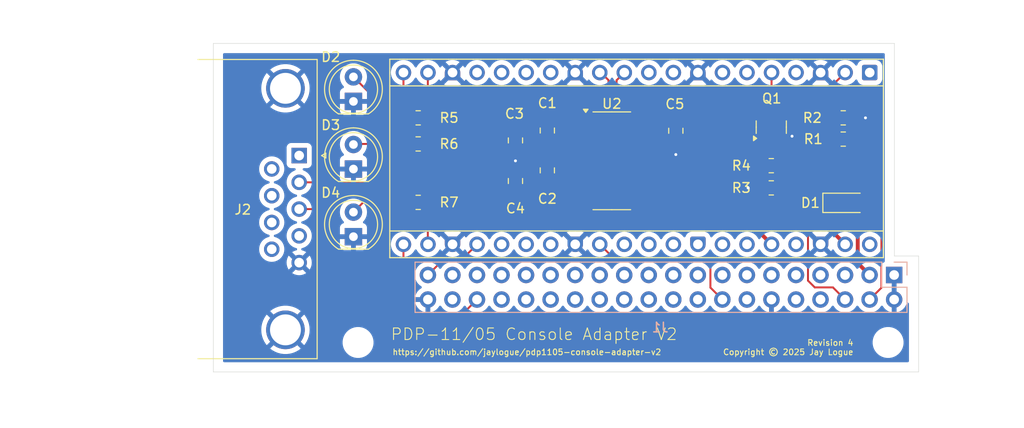
<source format=kicad_pcb>
(kicad_pcb (version 20240108) (generator "pcbnew") (generator_version "8.0")
  (title_block (title "PDP-11/05 Console Adapter V2") (date "2025-03-16") (rev "Rev 4") (comment 1 "Licensed under a Creative Commons Attribution 4.0 International License") (comment 2 "Copyright © 2025 Jay Logue") (comment 4 "https://github.com/jaylogue/pdp1105-console-adapter-v2"))
  (layers (0 "F.Cu" signal) (31 "B.Cu" signal) (34 "B.Paste" user) (35 "F.Paste" user) (36 "B.SilkS" user "B.Silkscreen") (37 "F.SilkS" user "F.Silkscreen") (38 "B.Mask" user) (39 "F.Mask" user) (44 "Edge.Cuts" user))
  (net 0 "")
  (net 1 "GND")
  (net 2 "Net-(D1-K)")
  (net 3 "+5V")
  (net 10 "CLK_IN")
  (net 14 "SCL_DETECT")
  (net 21 "READER_RUN+")
  (net 24 "SERIAL_OUT_TTL")
  (net 31 "SERIAL_IN_TTL")
  (net 39 "Net-(D2-A)")
  (net 40 "Net-(D3-A)")
  (net 41 "Net-(D4-A)")
  (net 46 "Net-(U2-R2IN)")
  (net 48 "READER_RUN_3V3")
  (net 49 "AUX_TERM_TX")
  (net 50 "Net-(U1-GPIO1)")
  (net 60 "+3V3")
  (net 66 "Net-(U2-T2OUT)")
  (net 68 "AUX_TERM_RX")
  (net 73 "STATUS_LED")
  (net 74 "TX_LED")
  (net 75 "RX_LED")
  (net 76 "Net-(U2-C1+)")
  (net 77 "Net-(U2-C1-)")
  (net 78 "Net-(U2-C2+)")
  (net 79 "Net-(U2-C2-)")
  (net 80 "Net-(U2-VS+)")
  (net 81 "Net-(U2-VS-)")
  (net 82 "Net-(Q1-B)")
  (footprint "Capacitor_SMD:C_0805_2012Metric_Pad1.18x1.45mm_HandSolder" (layer "F.Cu") (at 136.435 89.7831 90)
    (property "Reference" "C4")
    (property "Value" "0.1uF" (hide yes))
  )
  (footprint "Resistor_SMD:R_0805_2012Metric_Pad1.20x1.40mm_HandSolder" (layer "F.Cu") (at 162.915 90.4956)
    (property "Reference" "R4")
    (property "Value" "1K" (hide yes))
  )
  (footprint "Connector_Dsub:DSUB-9_Male_Horizontal_P2.77x2.84mm_EdgePinOffset7.70mm_Housed_MountingHolesOffset9.12mm" (layer "F.Cu") (at 114.048 87.1506 -90)
    (property "Reference" "J2")
    (property "Value" "DE9_Plug" (hide yes))
  )
  (footprint "Resistor_SMD:R_0805_2012Metric_Pad1.20x1.40mm_HandSolder" (layer "F.Cu") (at 126.365 83.2456 180)
    (property "Reference" "R5")
    (property "Value" "220" (hide yes))
  )
  (footprint "Resistor_SMD:R_0805_2012Metric_Pad1.20x1.40mm_HandSolder" (layer "F.Cu") (at 170.365 85.4456 180)
    (property "Reference" "R1")
    (property "Value" "5.1K" (hide yes))
  )
  (footprint "Resistor_SMD:R_0805_2012Metric_Pad1.20x1.40mm_HandSolder" (layer "F.Cu") (at 162.915 88.1956 180)
    (property "Reference" "R3")
    (property "Value" "1K" (hide yes))
  )
  (footprint "Diode_SMD:D_SOD-123F" (layer "F.Cu") (at 170.465 92.0456)
    (property "Reference" "D1")
    (property "Value" "MBR1020VL" (hide yes))
  )
  (footprint "Capacitor_SMD:C_0805_2012Metric_Pad1.18x1.45mm_HandSolder" (layer "F.Cu") (at 139.735 88.6831 -90)
    (property "Reference" "C2")
    (property "Value" "0.1uF" (hide yes))
  )
  (footprint "pdp1105-console-adapter:RaspberryPi_Pico_Common_THT" (layer "F.Cu") (at 173.103 78.5576 -90)
    (property "Reference" "U1" (hide yes))
    (property "Value" "Pico" (hide yes))
  )
  (footprint "Capacitor_SMD:C_0805_2012Metric_Pad1.18x1.45mm_HandSolder" (layer "F.Cu") (at 136.435 85.5831 -90)
    (property "Reference" "C3")
    (property "Value" "0.1uF" (hide yes))
  )
  (footprint "MountingHole:MountingHole_2.7mm_M2.5" (layer "F.Cu") (at 120.144 106.4976)
    (property "Reference" "H2" (hide yes))
    (property "Value" "MountingHole" (hide yes))
  )
  (footprint "Resistor_SMD:R_0805_2012Metric_Pad1.20x1.40mm_HandSolder" (layer "F.Cu") (at 126.365 91.9956 180)
    (property "Reference" "R7")
    (property "Value" "220" (hide yes))
  )
  (footprint "LED_THT:LED_D5.0mm" (layer "F.Cu") (at 119.665 81.5456 90)
    (property "Reference" "D2")
    (property "Value" "LED" (hide yes))
  )
  (footprint "LED_THT:LED_D5.0mm" (layer "F.Cu") (at 119.665 88.5456 90)
    (property "Reference" "D3")
    (property "Value" "LED" (hide yes))
  )
  (footprint "Capacitor_SMD:C_0805_2012Metric_Pad1.18x1.45mm_HandSolder" (layer "F.Cu") (at 139.735 84.5581 -90)
    (property "Reference" "C1")
    (property "Value" "0.1uF" (hide yes))
  )
  (footprint "Package_TO_SOT_SMD:SOT-23" (layer "F.Cu") (at 162.915 84.2081 90)
    (property "Reference" "Q1")
    (property "Value" "MMBT3904" (hide yes))
  )
  (footprint "Capacitor_SMD:C_0805_2012Metric_Pad1.18x1.45mm_HandSolder" (layer "F.Cu") (at 153.035 84.5831 -90)
    (property "Reference" "C5")
    (property "Value" "0.1uF" (hide yes))
  )
  (footprint "LED_THT:LED_D5.0mm" (layer "F.Cu") (at 119.665 95.5456 90)
    (property "Reference" "D4")
    (property "Value" "LED" (hide yes))
  )
  (footprint "Package_SO:SOIC-16_3.9x9.9mm_P1.27mm" (layer "F.Cu") (at 146.41 87.6906)
    (property "Reference" "U2")
    (property "Value" "MAX3232" (hide yes))
  )
  (footprint "MountingHole:MountingHole_2.7mm_M2.5" (layer "F.Cu") (at 175.008 106.4976)
    (property "Reference" "H1" (hide yes))
    (property "Value" "MountingHole" (hide yes))
  )
  (footprint "Resistor_SMD:R_0805_2012Metric_Pad1.20x1.40mm_HandSolder" (layer "F.Cu") (at 126.365 85.9456 180)
    (property "Reference" "R6")
    (property "Value" "220" (hide yes))
  )
  (footprint "Resistor_SMD:R_0805_2012Metric_Pad1.20x1.40mm_HandSolder" (layer "F.Cu") (at 170.365 83.2456)
    (property "Reference" "R2")
    (property "Value" "10K" (hide yes))
  )
  (footprint "Connector_PinSocket_2.54mm:PinSocket_2x20_P2.54mm_Vertical" (layer "B.Cu") (at 175.6335 99.5126 90)
    (property "Reference" "J1")
    (property "Value" "SCL Connector" (hide yes))
  )
  (gr_line (start 105.165 75.5456) (end 175.665 75.5456) (stroke (width 0.05)) (layer "Edge.Cuts"))
  (gr_line (start 178.165 109.5456) (end 178.165 97.5456) (stroke (width 0.05)) (layer "Edge.Cuts"))
  (gr_line (start 178.165 97.5456) (end 175.665 97.5456) (stroke (width 0.05)) (layer "Edge.Cuts"))
  (gr_line (start 175.665 97.5456) (end 175.665 75.5456) (stroke (width 0.05)) (layer "Edge.Cuts"))
  (gr_line (start 105.165 109.5456) (end 178.165 109.5456) (stroke (width 0.05)) (layer "Edge.Cuts"))
  (gr_line (start 105.165 109.5456) (end 105.165 75.5456) (stroke (width 0.05)) (layer "Edge.Cuts"))
  (gr_text "PDP-11/05 Console Adapter V2" (at 123.465 106.3456 0) (layer "F.SilkS") (effects (font (size 1.2 1.2) (thickness 0.1)) (justify left bottom)))
  (gr_text "Revision 4\nCopyright © 2025 Jay Logue" (at 171.465 107.8456 0) (layer "F.SilkS") (effects (font (size 0.6 0.6) (thickness 0.1)) (justify right bottom)))
  (gr_text "https://github.com/jaylogue/pdp1105-console-adapter-v2" (at 123.665 107.8456 0) (layer "F.SilkS") (effects (font (size 0.6 0.6) (thickness 0.1)) (justify left bottom)))
  (segment (start 136.435 87.6956) (end 136.435 88.7456) (width 0.2) (layer "F.Cu") (net 1))
  (segment (start 148.885 89.5956) (end 149.859999 89.5956) (width 0.2) (layer "F.Cu") (net 1))
  (segment (start 153.035 87.0456) (end 153.035 85.6206) (width 0.4) (layer "F.Cu") (net 1))
  (segment (start 149.859999 89.5956) (end 150.485 88.970599) (width 0.2) (layer "F.Cu") (net 1))
  (segment (start 148.885 87.0556) (end 150.485 87.0556) (width 0.2) (layer "F.Cu") (net 1))
  (segment (start 150.485 87.0556) (end 153.025 87.0556) (width 0.2) (layer "F.Cu") (net 1))
  (segment (start 161.915 90.4956) (end 160.515 90.4956) (width 0.2) (layer "F.Cu") (net 1))
  (segment (start 153.025 87.0556) (end 153.035 87.0456) (width 0.2) (layer "F.Cu") (net 1))
  (segment (start 151.93 84.5156) (end 148.885 84.5156) (width 0.4) (layer "F.Cu") (net 1))
  (segment (start 150.485 88.970599) (end 150.485 87.0556) (width 0.2) (layer "F.Cu") (net 1))
  (segment (start 153.035 85.6206) (end 151.93 84.5156) (width 0.4) (layer "F.Cu") (net 1))
  (segment (start 136.435 87.6956) (end 136.435 86.6206) (width 0.2) (layer "F.Cu") (net 1))
  (segment (start 172.665 83.2456) (end 171.365 83.2456) (width 0.2) (layer "F.Cu") (net 1))
  (segment (start 165.065 85.1456) (end 163.865 85.1456) (width 0.2) (layer "F.Cu") (net 1))
  (via (at 165.065 85.1456) (size 0.6) (drill 0.3) (layers "F.Cu" "B.Cu") (net 1))
  (via (at 136.435 87.6956) (size 0.6) (drill 0.3) (layers "F.Cu" "B.Cu") (net 1))
  (via (at 153.035 87.0456) (size 0.6) (drill 0.3) (layers "F.Cu" "B.Cu") (net 1))
  (via (at 160.515 90.4956) (size 0.6) (drill 0.3) (layers "F.Cu" "B.Cu") (net 1))
  (via (at 172.665 83.2456) (size 0.6) (drill 0.3) (layers "F.Cu" "B.Cu") (net 1))
  (segment (start 169.065 94.8396) (end 170.563 96.3376) (width 0.4) (layer "F.Cu") (net 2))
  (segment (start 169.065 92.0456) (end 169.065 94.8396) (width 0.4) (layer "F.Cu") (net 2))
  (segment (start 171.865 92.0456) (end 171.865 98.2841) (width 0.4) (layer "F.Cu") (net 3))
  (segment (start 171.865 98.2841) (end 173.0935 99.5126) (width 0.4) (layer "F.Cu") (net 3))
  (segment (start 156.615 98.7456) (end 155.665 97.7956) (width 0.2) (layer "F.Cu") (net 10))
  (segment (start 146.621 97.7956) (end 145.163 96.3376) (width 0.2) (layer "F.Cu") (net 10))
  (segment (start 156.615 100.8141) (end 156.615 98.7456) (width 0.2) (layer "F.Cu") (net 10))
  (segment (start 155.665 97.7956) (end 146.621 97.7956) (width 0.2) (layer "F.Cu") (net 10))
  (segment (start 157.8535 102.0526) (end 156.615 100.8141) (width 0.2) (layer "F.Cu") (net 10))
  (segment (start 127.3735 99.5126) (end 128.9405 97.9456) (width 0.2) (layer "F.Cu") (net 14))
  (segment (start 130.855 97.9456) (end 132.463 96.3376) (width 0.2) (layer "F.Cu") (net 14))
  (segment (start 128.9405 97.9456) (end 130.855 97.9456) (width 0.2) (layer "F.Cu") (net 14))
  (segment (start 167.415 100.7956) (end 169.2965 100.7956) (width 0.2) (layer "F.Cu") (net 21))
  (segment (start 166.715 100.0956) (end 167.415 100.7956) (width 0.2) (layer "F.Cu") (net 21))
  (segment (start 163.915 90.4956) (end 166.715 93.2956) (width 0.2) (layer "F.Cu") (net 21))
  (segment (start 169.2965 100.7956) (end 170.5535 102.0526) (width 0.2) (layer "F.Cu") (net 21))
  (segment (start 163.915 88.1956) (end 163.915 90.4956) (width 0.2) (layer "F.Cu") (net 21))
  (segment (start 166.715 93.2956) (end 166.715 100.0956) (width 0.2) (layer "F.Cu") (net 21))
  (segment (start 173.015 85.4456) (end 174.315 86.7456) (width 0.2) (layer "F.Cu") (net 24))
  (segment (start 171.365 85.4456) (end 173.015 85.4456) (width 0.2) (layer "F.Cu") (net 24))
  (segment (start 174.315 100.8311) (end 173.0935 102.0526) (width 0.2) (layer "F.Cu") (net 24))
  (segment (start 174.315 86.7456) (end 174.315 100.8311) (width 0.2) (layer "F.Cu") (net 24))
  (segment (start 124.843 96.3376) (end 124.843 101.7236) (width 0.2) (layer "F.Cu") (net 31))
  (segment (start 124.843 101.7236) (end 126.615 103.4956) (width 0.2) (layer "F.Cu") (net 31))
  (segment (start 131.0105 103.4956) (end 132.4535 102.0526) (width 0.2) (layer "F.Cu") (net 31))
  (segment (start 126.615 103.4956) (end 131.0105 103.4956) (width 0.2) (layer "F.Cu") (net 31))
  (segment (start 125.365 83.2456) (end 123.905 83.2456) (width 0.2) (layer "F.Cu") (net 39))
  (segment (start 123.905 83.2456) (end 119.665 79.0056) (width 0.2) (layer "F.Cu") (net 39))
  (segment (start 119.725 85.9456) (end 119.665 86.0056) (width 0.2) (layer "F.Cu") (net 40))
  (segment (start 125.365 85.9456) (end 119.725 85.9456) (width 0.2) (layer "F.Cu") (net 40))
  (segment (start 120.675 91.9956) (end 119.665 93.0056) (width 0.2) (layer "F.Cu") (net 41))
  (segment (start 125.365 91.9956) (end 120.675 91.9956) (width 0.2) (layer "F.Cu") (net 41))
  (segment (start 115.47 92.6906) (end 114.048 92.6906) (width 0.2) (layer "F.Cu") (net 46))
  (segment (start 142.945 92.1356) (end 142.385 92.6956) (width 0.2) (layer "F.Cu") (net 46))
  (segment (start 130.615 92.6956) (end 128.465 90.5456) (width 0.2) (layer "F.Cu") (net 46))
  (segment (start 128.465 90.5456) (end 117.615 90.5456) (width 0.2) (layer "F.Cu") (net 46))
  (segment (start 142.385 92.6956) (end 130.615 92.6956) (width 0.2) (layer "F.Cu") (net 46))
  (segment (start 117.615 90.5456) (end 115.47 92.6906) (width 0.2) (layer "F.Cu") (net 46))
  (segment (start 143.935 92.1356) (end 142.945 92.1356) (width 0.2) (layer "F.Cu") (net 46))
  (segment (start 162.943 78.5576) (end 162.943 83.2426) (width 0.2) (layer "F.Cu") (net 48))
  (segment (start 162.943 83.2426) (end 162.915 83.2706) (width 0.2) (layer "F.Cu") (net 48))
  (segment (start 147.635 90.8656) (end 148.885 90.8656) (width 0.2) (layer "F.Cu") (net 49))
  (segment (start 146.903001 79.357599) (end 146.903001 90.133601) (width 0.2) (layer "F.Cu") (net 49))
  (segment (start 146.903001 90.133601) (end 147.635 90.8656) (width 0.2) (layer "F.Cu") (net 49))
  (segment (start 147.703 78.5576) (end 146.903001 79.357599) (width 0.2) (layer "F.Cu") (net 49))
  (segment (start 169.365 83.2456) (end 169.365 79.7556) (width 0.2) (layer "F.Cu") (net 50))
  (segment (start 169.365 85.4456) (end 169.365 83.2456) (width 0.2) (layer "F.Cu") (net 50))
  (segment (start 169.365 79.7556) (end 170.563 78.5576) (width 0.2) (layer "F.Cu") (net 50))
  (segment (start 153.035 83.5456) (end 152.985 83.5456) (width 0.4) (layer "F.Cu") (net 60))
  (segment (start 154.315 83.5456) (end 155.265 84.4956) (width 0.4) (layer "F.Cu") (net 60))
  (segment (start 152.985 83.5456) (end 152.685 83.2456) (width 0.4) (layer "F.Cu") (net 60))
  (segment (start 153.035 83.5456) (end 154.315 83.5456) (width 0.4) (layer "F.Cu") (net 60))
  (segment (start 155.265 84.4956) (end 155.265 88.6596) (width 0.4) (layer "F.Cu") (net 60))
  (segment (start 155.265 88.6596) (end 162.943 96.3376) (width 0.4) (layer "F.Cu") (net 60))
  (segment (start 152.685 83.2456) (end 148.885 83.2456) (width 0.4) (layer "F.Cu") (net 60))
  (segment (start 128.64 89.9206) (end 114.048 89.9206) (width 0.2) (layer "F.Cu") (net 66))
  (segment (start 142.890001 90.8656) (end 141.610001 92.1456) (width 0.2) (layer "F.Cu") (net 66))
  (segment (start 143.935 90.8656) (end 142.890001 90.8656) (width 0.2) (layer "F.Cu") (net 66))
  (segment (start 130.865 92.1456) (end 128.64 89.9206) (width 0.2) (layer "F.Cu") (net 66))
  (segment (start 141.610001 92.1456) (end 130.865 92.1456) (width 0.2) (layer "F.Cu") (net 66))
  (segment (start 146.065 90.290599) (end 147.910001 92.1356) (width 0.2) (layer "F.Cu") (net 68))
  (segment (start 146.065 79.3456) (end 146.065 90.290599) (width 0.2) (layer "F.Cu") (net 68))
  (segment (start 145.163 78.5576) (end 145.277 78.5576) (width 0.2) (layer "F.Cu") (net 68))
  (segment (start 147.910001 92.1356) (end 148.885 92.1356) (width 0.2) (layer "F.Cu") (net 68))
  (segment (start 145.277 78.5576) (end 146.065 79.3456) (width 0.2) (layer "F.Cu") (net 68))
  (segment (start 127.365 78.5756) (end 127.383 78.5576) (width 0.2) (layer "F.Cu") (net 73))
  (segment (start 127.365 83.2456) (end 127.365 78.5756) (width 0.2) (layer "F.Cu") (net 73))
  (segment (start 124.843 80.4736) (end 126.365 81.9956) (width 0.2) (layer "F.Cu") (net 74))
  (segment (start 126.365 84.9456) (end 127.365 85.9456) (width 0.2) (layer "F.Cu") (net 74))
  (segment (start 126.365 81.9956) (end 126.365 84.9456) (width 0.2) (layer "F.Cu") (net 74))
  (segment (start 124.843 78.5576) (end 124.843 80.4736) (width 0.2) (layer "F.Cu") (net 74))
  (segment (start 127.365 96.3196) (end 127.383 96.3376) (width 0.2) (layer "F.Cu") (net 75))
  (segment (start 127.365 91.9956) (end 127.365 96.3196) (width 0.2) (layer "F.Cu") (net 75))
  (segment (start 143.935 83.2456) (end 140.01 83.2456) (width 0.2) (layer "F.Cu") (net 76))
  (segment (start 140.01 83.2456) (end 139.735 83.5206) (width 0.2) (layer "F.Cu") (net 76))
  (segment (start 139.925 85.7856) (end 139.735 85.5956) (width 0.2) (layer "F.Cu") (net 77))
  (segment (start 143.935 85.7856) (end 139.925 85.7856) (width 0.2) (layer "F.Cu") (net 77))
  (segment (start 143.935 87.0556) (end 140.325 87.0556) (width 0.2) (layer "F.Cu") (net 78))
  (segment (start 140.325 87.0556) (end 139.735 87.6456) (width 0.2) (layer "F.Cu") (net 78))
  (segment (start 143.935 88.3256) (end 141.13 88.3256) (width 0.2) (layer "F.Cu") (net 79))
  (segment (start 141.13 88.3256) (end 139.735 89.7206) (width 0.2) (layer "F.Cu") (net 79))
  (segment (start 143.935 84.5156) (end 136.465 84.5156) (width 0.2) (layer "F.Cu") (net 80))
  (segment (start 136.465 84.5156) (end 136.435 84.5456) (width 0.2) (layer "F.Cu") (net 80))
  (segment (start 142.375 89.5956) (end 141.15 90.8206) (width 0.2) (layer "F.Cu") (net 81))
  (segment (start 143.935 89.5956) (end 142.375 89.5956) (width 0.2) (layer "F.Cu") (net 81))
  (segment (start 141.15 90.8206) (end 136.435 90.8206) (width 0.2) (layer "F.Cu") (net 81))
  (segment (start 162.015 88.0956) (end 161.915 88.1956) (width 0.2) (layer "F.Cu") (net 82))
  (segment (start 161.965 85.1456) (end 161.965 88.1456) (width 0.2) (layer "F.Cu") (net 82))
  (zone (net 1) (net_name "GND") (layer "B.Cu") (connect_pads (clearance 0.5)) (min_thickness 0.25) (fill yes (thermal_gap 0.5) (thermal_bridge_width 0.5) (smoothing chamfer))
    (polygon (pts (xy 106.165 76.5456) (xy 106.165 108.5456) (xy 177.165 108.5456) (xy 177.165 98.5456) (xy 174.665 98.5456) (xy 174.665 76.5456)))
  )
)
</source>
